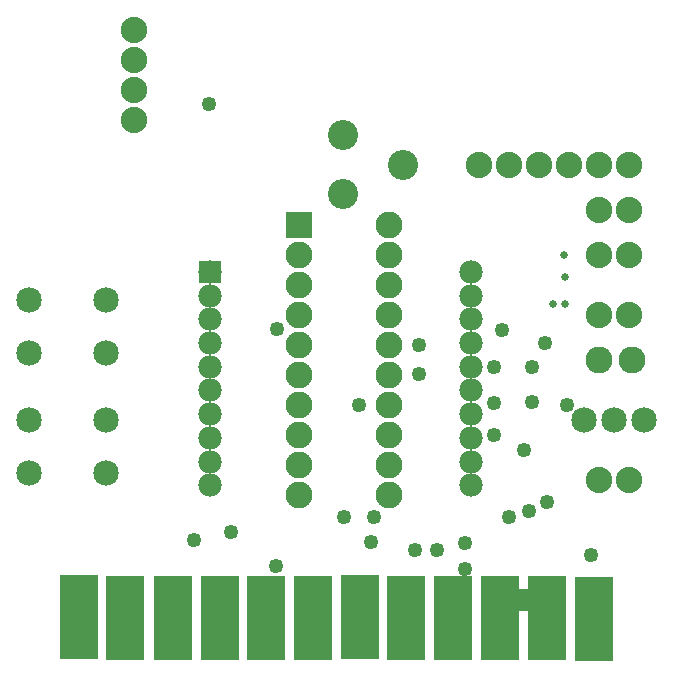
<source format=gbs>
G04 MADE WITH FRITZING*
G04 WWW.FRITZING.ORG*
G04 DOUBLE SIDED*
G04 HOLES PLATED*
G04 CONTOUR ON CENTER OF CONTOUR VECTOR*
%ASAXBY*%
%FSLAX23Y23*%
%MOIN*%
%OFA0B0*%
%SFA1.0B1.0*%
%ADD10C,0.049370*%
%ADD11C,0.025748*%
%ADD12C,0.089370*%
%ADD13C,0.090000*%
%ADD14C,0.100551*%
%ADD15C,0.088000*%
%ADD16C,0.085000*%
%ADD17C,0.078000*%
%ADD18R,0.089370X0.089370*%
%ADD19R,0.129522X0.280594*%
%ADD20R,0.215594X0.076929*%
%ADD21R,0.061181X0.151823*%
%ADD22R,0.078000X0.078000*%
%ADD23R,0.001000X0.001000*%
%LNMASK0*%
G90*
G70*
G54D10*
X1800Y1062D03*
G54D11*
X1825Y1190D03*
G54D10*
X1655Y1106D03*
X1630Y981D03*
X1629Y862D03*
X1630Y756D03*
X1730Y706D03*
X1745Y502D03*
X1367Y372D03*
X1441Y372D03*
X1130Y481D03*
X1230Y481D03*
X1680Y482D03*
X1872Y853D03*
G54D11*
X1866Y1190D03*
G54D10*
X1533Y308D03*
X1533Y394D03*
G54D11*
X1865Y1282D03*
G54D10*
X1755Y981D03*
X1756Y864D03*
X1805Y531D03*
X1954Y356D03*
X1380Y1056D03*
X1380Y957D03*
X629Y406D03*
X1221Y399D03*
X904Y318D03*
X754Y431D03*
X1180Y856D03*
G54D12*
X980Y1456D03*
X1280Y1456D03*
X980Y1356D03*
X1280Y1356D03*
X980Y1256D03*
X1280Y1256D03*
X980Y1156D03*
X1280Y1156D03*
X980Y1056D03*
X1280Y1056D03*
X980Y956D03*
X1280Y956D03*
X980Y856D03*
X1280Y856D03*
X980Y756D03*
X1280Y756D03*
X980Y656D03*
X1280Y656D03*
X980Y556D03*
X1280Y556D03*
G54D13*
X2090Y1006D03*
X1980Y1006D03*
G54D14*
X1125Y1558D03*
X1326Y1653D03*
X1127Y1753D03*
G54D15*
X2080Y1506D03*
X1980Y1506D03*
X2080Y606D03*
X1980Y606D03*
G54D16*
X335Y629D03*
X79Y629D03*
X335Y806D03*
X79Y806D03*
X335Y1029D03*
X79Y1029D03*
X335Y1206D03*
X79Y1206D03*
G54D17*
X682Y1298D03*
X682Y1219D03*
X682Y1140D03*
X682Y1061D03*
X682Y982D03*
X682Y903D03*
X682Y824D03*
X682Y745D03*
X682Y666D03*
X682Y587D03*
X1552Y587D03*
X1552Y666D03*
X1552Y745D03*
X1552Y824D03*
X1552Y903D03*
X1552Y982D03*
X1552Y1061D03*
X1552Y1140D03*
X1552Y1219D03*
X1552Y1298D03*
G54D15*
X2080Y1656D03*
X1980Y1656D03*
X1880Y1656D03*
X1780Y1656D03*
X1680Y1656D03*
X1580Y1656D03*
X430Y2106D03*
X430Y2006D03*
X430Y1906D03*
X430Y1806D03*
G54D16*
X2130Y806D03*
X2030Y806D03*
X1930Y806D03*
G54D15*
X1980Y1356D03*
X2080Y1356D03*
X1980Y1156D03*
X2080Y1156D03*
G54D10*
X679Y1857D03*
G54D11*
X1864Y1356D03*
G54D10*
X905Y1107D03*
G54D18*
X980Y1456D03*
G54D19*
X1650Y143D03*
G54D20*
X1724Y206D03*
G54D19*
X246Y149D03*
X1808Y145D03*
X1494Y143D03*
X1338Y146D03*
X1182Y147D03*
X1026Y143D03*
X870Y146D03*
X715Y145D03*
X559Y146D03*
X401Y145D03*
G54D21*
X1490Y157D03*
X406Y157D03*
X1962Y146D03*
X1015Y154D03*
X1185Y154D03*
X1662Y154D03*
X1336Y154D03*
X555Y154D03*
X1806Y154D03*
X864Y154D03*
X706Y154D03*
X224Y166D03*
G54D19*
X1962Y142D03*
G54D22*
X682Y1298D03*
G54D23*
X1124Y1795D02*
X1124Y1795D01*
X1116Y1794D02*
X1132Y1794D01*
X1112Y1793D02*
X1136Y1793D01*
X1109Y1792D02*
X1139Y1792D01*
X1107Y1791D02*
X1141Y1791D01*
X1105Y1790D02*
X1143Y1790D01*
X1104Y1789D02*
X1145Y1789D01*
X1102Y1788D02*
X1146Y1788D01*
X1101Y1787D02*
X1147Y1787D01*
X1099Y1786D02*
X1149Y1786D01*
X1098Y1785D02*
X1150Y1785D01*
X1097Y1784D02*
X1151Y1784D01*
X1096Y1783D02*
X1152Y1783D01*
X1095Y1782D02*
X1153Y1782D01*
X1094Y1781D02*
X1154Y1781D01*
X1093Y1780D02*
X1155Y1780D01*
X1093Y1779D02*
X1155Y1779D01*
X1092Y1778D02*
X1156Y1778D01*
X1091Y1777D02*
X1157Y1777D01*
X1091Y1776D02*
X1158Y1776D01*
X1090Y1775D02*
X1158Y1775D01*
X1089Y1774D02*
X1159Y1774D01*
X1089Y1773D02*
X1159Y1773D01*
X1088Y1772D02*
X1160Y1772D01*
X1088Y1771D02*
X1160Y1771D01*
X1088Y1770D02*
X1161Y1770D01*
X1087Y1769D02*
X1161Y1769D01*
X1087Y1768D02*
X1161Y1768D01*
X1086Y1767D02*
X1162Y1767D01*
X1086Y1766D02*
X1162Y1766D01*
X1086Y1765D02*
X1162Y1765D01*
X1086Y1764D02*
X1162Y1764D01*
X1085Y1763D02*
X1163Y1763D01*
X1085Y1762D02*
X1163Y1762D01*
X1085Y1761D02*
X1163Y1761D01*
X1085Y1760D02*
X1163Y1760D01*
X1085Y1759D02*
X1163Y1759D01*
X1085Y1758D02*
X1163Y1758D01*
X1085Y1757D02*
X1163Y1757D01*
X1085Y1756D02*
X1164Y1756D01*
X1085Y1755D02*
X1164Y1755D01*
X1085Y1754D02*
X1163Y1754D01*
X1085Y1753D02*
X1163Y1753D01*
X1085Y1752D02*
X1163Y1752D01*
X1085Y1751D02*
X1163Y1751D01*
X1085Y1750D02*
X1163Y1750D01*
X1085Y1749D02*
X1163Y1749D01*
X1085Y1748D02*
X1163Y1748D01*
X1085Y1747D02*
X1163Y1747D01*
X1086Y1746D02*
X1162Y1746D01*
X1086Y1745D02*
X1162Y1745D01*
X1086Y1744D02*
X1162Y1744D01*
X1086Y1743D02*
X1162Y1743D01*
X1087Y1742D02*
X1161Y1742D01*
X1087Y1741D02*
X1161Y1741D01*
X1088Y1740D02*
X1161Y1740D01*
X1088Y1739D02*
X1160Y1739D01*
X1088Y1738D02*
X1160Y1738D01*
X1089Y1737D02*
X1159Y1737D01*
X1089Y1736D02*
X1159Y1736D01*
X1090Y1735D02*
X1158Y1735D01*
X1091Y1734D02*
X1157Y1734D01*
X1091Y1733D02*
X1157Y1733D01*
X1092Y1732D02*
X1156Y1732D01*
X1093Y1731D02*
X1155Y1731D01*
X1093Y1730D02*
X1155Y1730D01*
X1094Y1729D02*
X1154Y1729D01*
X1095Y1728D02*
X1153Y1728D01*
X1096Y1727D02*
X1152Y1727D01*
X1097Y1726D02*
X1151Y1726D01*
X1098Y1725D02*
X1150Y1725D01*
X1099Y1724D02*
X1149Y1724D01*
X1101Y1723D02*
X1147Y1723D01*
X1102Y1722D02*
X1146Y1722D01*
X1104Y1721D02*
X1144Y1721D01*
X1105Y1720D02*
X1143Y1720D01*
X1107Y1719D02*
X1141Y1719D01*
X1110Y1718D02*
X1139Y1718D01*
X1112Y1717D02*
X1136Y1717D01*
X1116Y1716D02*
X1132Y1716D01*
X1323Y1695D02*
X1325Y1695D01*
X1316Y1694D02*
X1332Y1694D01*
X1312Y1693D02*
X1336Y1693D01*
X1309Y1692D02*
X1339Y1692D01*
X1307Y1691D02*
X1341Y1691D01*
X1305Y1690D02*
X1343Y1690D01*
X1304Y1689D02*
X1345Y1689D01*
X1302Y1688D02*
X1346Y1688D01*
X1301Y1687D02*
X1347Y1687D01*
X1299Y1686D02*
X1349Y1686D01*
X1298Y1685D02*
X1350Y1685D01*
X1297Y1684D02*
X1351Y1684D01*
X1296Y1683D02*
X1352Y1683D01*
X1295Y1682D02*
X1353Y1682D01*
X1294Y1681D02*
X1354Y1681D01*
X1293Y1680D02*
X1355Y1680D01*
X1293Y1679D02*
X1355Y1679D01*
X1292Y1678D02*
X1356Y1678D01*
X1291Y1677D02*
X1357Y1677D01*
X1291Y1676D02*
X1357Y1676D01*
X1290Y1675D02*
X1358Y1675D01*
X1289Y1674D02*
X1359Y1674D01*
X1289Y1673D02*
X1359Y1673D01*
X1288Y1672D02*
X1360Y1672D01*
X1288Y1671D02*
X1360Y1671D01*
X1287Y1670D02*
X1361Y1670D01*
X1287Y1669D02*
X1361Y1669D01*
X1287Y1668D02*
X1361Y1668D01*
X1286Y1667D02*
X1362Y1667D01*
X1286Y1666D02*
X1362Y1666D01*
X1286Y1665D02*
X1362Y1665D01*
X1286Y1664D02*
X1362Y1664D01*
X1285Y1663D02*
X1363Y1663D01*
X1285Y1662D02*
X1363Y1662D01*
X1285Y1661D02*
X1363Y1661D01*
X1285Y1660D02*
X1363Y1660D01*
X1285Y1659D02*
X1363Y1659D01*
X1285Y1658D02*
X1363Y1658D01*
X1285Y1657D02*
X1363Y1657D01*
X1285Y1656D02*
X1363Y1656D01*
X1285Y1655D02*
X1363Y1655D01*
X1285Y1654D02*
X1363Y1654D01*
X1285Y1653D02*
X1363Y1653D01*
X1285Y1652D02*
X1363Y1652D01*
X1285Y1651D02*
X1363Y1651D01*
X1285Y1650D02*
X1363Y1650D01*
X1285Y1649D02*
X1363Y1649D01*
X1285Y1648D02*
X1363Y1648D01*
X1285Y1647D02*
X1363Y1647D01*
X1286Y1646D02*
X1362Y1646D01*
X1286Y1645D02*
X1362Y1645D01*
X1286Y1644D02*
X1362Y1644D01*
X1286Y1643D02*
X1362Y1643D01*
X1287Y1642D02*
X1361Y1642D01*
X1287Y1641D02*
X1361Y1641D01*
X1288Y1640D02*
X1361Y1640D01*
X1288Y1639D02*
X1360Y1639D01*
X1288Y1638D02*
X1360Y1638D01*
X1289Y1637D02*
X1359Y1637D01*
X1289Y1636D02*
X1359Y1636D01*
X1290Y1635D02*
X1358Y1635D01*
X1291Y1634D02*
X1357Y1634D01*
X1291Y1633D02*
X1357Y1633D01*
X1292Y1632D02*
X1356Y1632D01*
X1293Y1631D02*
X1355Y1631D01*
X1293Y1630D02*
X1355Y1630D01*
X1294Y1629D02*
X1354Y1629D01*
X1295Y1628D02*
X1353Y1628D01*
X1296Y1627D02*
X1352Y1627D01*
X1297Y1626D02*
X1351Y1626D01*
X1298Y1625D02*
X1350Y1625D01*
X1299Y1624D02*
X1349Y1624D01*
X1301Y1623D02*
X1347Y1623D01*
X1302Y1622D02*
X1346Y1622D01*
X1304Y1621D02*
X1344Y1621D01*
X1305Y1620D02*
X1343Y1620D01*
X1307Y1619D02*
X1341Y1619D01*
X1310Y1618D02*
X1338Y1618D01*
X1312Y1617D02*
X1336Y1617D01*
X1316Y1616D02*
X1332Y1616D01*
X1123Y1595D02*
X1125Y1595D01*
X1116Y1594D02*
X1133Y1594D01*
X1112Y1593D02*
X1136Y1593D01*
X1109Y1592D02*
X1139Y1592D01*
X1107Y1591D02*
X1141Y1591D01*
X1105Y1590D02*
X1143Y1590D01*
X1104Y1589D02*
X1145Y1589D01*
X1102Y1588D02*
X1146Y1588D01*
X1101Y1587D02*
X1148Y1587D01*
X1099Y1586D02*
X1149Y1586D01*
X1098Y1585D02*
X1150Y1585D01*
X1097Y1584D02*
X1151Y1584D01*
X1096Y1583D02*
X1152Y1583D01*
X1095Y1582D02*
X1153Y1582D01*
X1094Y1581D02*
X1154Y1581D01*
X1093Y1580D02*
X1155Y1580D01*
X1093Y1579D02*
X1156Y1579D01*
X1092Y1578D02*
X1156Y1578D01*
X1091Y1577D02*
X1157Y1577D01*
X1091Y1576D02*
X1158Y1576D01*
X1090Y1575D02*
X1158Y1575D01*
X1089Y1574D02*
X1159Y1574D01*
X1089Y1573D02*
X1159Y1573D01*
X1088Y1572D02*
X1160Y1572D01*
X1088Y1571D02*
X1160Y1571D01*
X1087Y1570D02*
X1161Y1570D01*
X1087Y1569D02*
X1161Y1569D01*
X1087Y1568D02*
X1161Y1568D01*
X1086Y1567D02*
X1162Y1567D01*
X1086Y1566D02*
X1162Y1566D01*
X1086Y1565D02*
X1162Y1565D01*
X1086Y1564D02*
X1162Y1564D01*
X1085Y1563D02*
X1163Y1563D01*
X1085Y1562D02*
X1163Y1562D01*
X1085Y1561D02*
X1163Y1561D01*
X1085Y1560D02*
X1163Y1560D01*
X1085Y1559D02*
X1163Y1559D01*
X1085Y1558D02*
X1163Y1558D01*
X1085Y1557D02*
X1163Y1557D01*
X1085Y1556D02*
X1164Y1556D01*
X1085Y1555D02*
X1164Y1555D01*
X1085Y1554D02*
X1163Y1554D01*
X1085Y1553D02*
X1163Y1553D01*
X1085Y1552D02*
X1163Y1552D01*
X1085Y1551D02*
X1163Y1551D01*
X1085Y1550D02*
X1163Y1550D01*
X1085Y1549D02*
X1163Y1549D01*
X1085Y1548D02*
X1163Y1548D01*
X1085Y1547D02*
X1163Y1547D01*
X1086Y1546D02*
X1162Y1546D01*
X1086Y1545D02*
X1162Y1545D01*
X1086Y1544D02*
X1162Y1544D01*
X1087Y1543D02*
X1162Y1543D01*
X1087Y1542D02*
X1161Y1542D01*
X1087Y1541D02*
X1161Y1541D01*
X1088Y1540D02*
X1161Y1540D01*
X1088Y1539D02*
X1160Y1539D01*
X1088Y1538D02*
X1160Y1538D01*
X1089Y1537D02*
X1159Y1537D01*
X1090Y1536D02*
X1159Y1536D01*
X1090Y1535D02*
X1158Y1535D01*
X1091Y1534D02*
X1157Y1534D01*
X1091Y1533D02*
X1157Y1533D01*
X1092Y1532D02*
X1156Y1532D01*
X1093Y1531D02*
X1155Y1531D01*
X1094Y1530D02*
X1155Y1530D01*
X1094Y1529D02*
X1154Y1529D01*
X1095Y1528D02*
X1153Y1528D01*
X1096Y1527D02*
X1152Y1527D01*
X1097Y1526D02*
X1151Y1526D01*
X1098Y1525D02*
X1150Y1525D01*
X1100Y1524D02*
X1149Y1524D01*
X1101Y1523D02*
X1147Y1523D01*
X1102Y1522D02*
X1146Y1522D01*
X1104Y1521D02*
X1144Y1521D01*
X1106Y1520D02*
X1143Y1520D01*
X1108Y1519D02*
X1141Y1519D01*
X1110Y1518D02*
X1138Y1518D01*
X1113Y1517D02*
X1135Y1517D01*
X1117Y1516D02*
X1131Y1516D01*
D02*
G04 End of Mask0*
M02*
</source>
